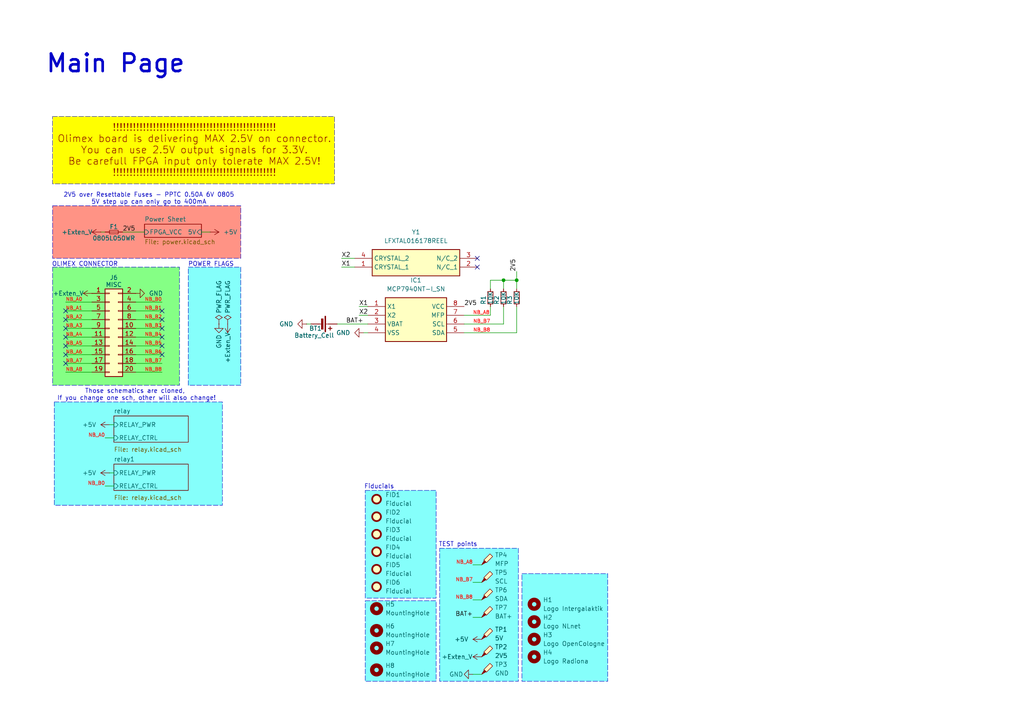
<source format=kicad_sch>
(kicad_sch (version 20231120) (generator "eeschema") (generator_version "8.0")
  (paper "A4")
  (title_block (title "${project_name}  ${project_version} ") (date "2024-12-03") (rev "${project_version} ") (company "${project_creator}") (comment 1 "${project_license}"))
  (lib_symbols
    (symbol "Connector:TestPoint_Probe" (pin_numbers hide) (pin_names (offset 0.762) hide)
      (property "Reference" "TP" (at 1.651 5.842 0))
      (property "Value" "TestPoint_Probe" (at 1.651 4.064 0))
      (symbol "TestPoint_Probe_0_1"
        (polyline (pts (xy 1.27 0.762) (xy 0 0) (xy 0.762 1.27) (xy 1.27 0.762)) (fill (type outline)))
        (polyline (pts (xy 1.397 0.635) (xy 0.635 1.397) (xy 2.413 3.175) (xy 3.175 2.413) (xy 1.397 0.635)) (fill (type background)))
      )
      (symbol "TestPoint_Probe_1_1"
        (pin passive line (at 0 0 90) (length 0) (name "1") (number "1"))
      )
    )
    (symbol "Connector_Generic:Conn_02x10_Odd_Even" (pin_names (offset 1.016) hide)
      (property "Reference" "J" (at 1.27 12.7 0))
      (property "Value" "Conn_02x10_Odd_Even" (at 1.27 -15.24 0))
      (symbol "Conn_02x10_Odd_Even_1_1"
        (rectangle (start -1.27 -12.573) (end 0 -12.827) (stroke (width 0.1524)))
        (rectangle (start -1.27 -10.033) (end 0 -10.287) (stroke (width 0.1524)))
        (rectangle (start -1.27 -7.493) (end 0 -7.747) (stroke (width 0.1524)))
        (rectangle (start -1.27 -4.953) (end 0 -5.207) (stroke (width 0.1524)))
        (rectangle (start -1.27 -2.413) (end 0 -2.667) (stroke (width 0.1524)))
        (rectangle (start -1.27 0.127) (end 0 -0.127) (stroke (width 0.1524)))
        (rectangle (start -1.27 2.667) (end 0 2.413) (stroke (width 0.1524)))
        (rectangle (start -1.27 5.207) (end 0 4.953) (stroke (width 0.1524)))
        (rectangle (start -1.27 7.747) (end 0 7.493) (stroke (width 0.1524)))
        (rectangle (start -1.27 10.287) (end 0 10.033) (stroke (width 0.1524)))
        (rectangle (start -1.27 11.43) (end 3.81 -13.97) (stroke (width 0.254)) (fill (type background)))
        (rectangle (start 3.81 -12.573) (end 2.54 -12.827) (stroke (width 0.1524)))
        (rectangle (start 3.81 -10.033) (end 2.54 -10.287) (stroke (width 0.1524)))
        (rectangle (start 3.81 -7.493) (end 2.54 -7.747) (stroke (width 0.1524)))
        (rectangle (start 3.81 -4.953) (end 2.54 -5.207) (stroke (width 0.1524)))
        (rectangle (start 3.81 -2.413) (end 2.54 -2.667) (stroke (width 0.1524)))
        (rectangle (start 3.81 0.127) (end 2.54 -0.127) (stroke (width 0.1524)))
        (rectangle (start 3.81 2.667) (end 2.54 2.413) (stroke (width 0.1524)))
        (rectangle (start 3.81 5.207) (end 2.54 4.953) (stroke (width 0.1524)))
        (rectangle (start 3.81 7.747) (end 2.54 7.493) (stroke (width 0.1524)))
        (rectangle (start 3.81 10.287) (end 2.54 10.033) (stroke (width 0.1524)))
        (pin passive line (at -5.08 10.16 0) (length 3.81) (name "Pin_1") (number "1"))
        (pin passive line (at 7.62 0 180) (length 3.81) (name "Pin_10") (number "10"))
        (pin passive line (at -5.08 -2.54 0) (length 3.81) (name "Pin_11") (number "11"))
        (pin passive line (at 7.62 -2.54 180) (length 3.81) (name "Pin_12") (number "12"))
        (pin passive line (at -5.08 -5.08 0) (length 3.81) (name "Pin_13") (number "13"))
        (pin passive line (at 7.62 -5.08 180) (length 3.81) (name "Pin_14") (number "14"))
        (pin passive line (at -5.08 -7.62 0) (length 3.81) (name "Pin_15") (number "15"))
        (pin passive line (at 7.62 -7.62 180) (length 3.81) (name "Pin_16") (number "16"))
        (pin passive line (at -5.08 -10.16 0) (length 3.81) (name "Pin_17") (number "17"))
        (pin passive line (at 7.62 -10.16 180) (length 3.81) (name "Pin_18") (number "18"))
        (pin passive line (at -5.08 -12.7 0) (length 3.81) (name "Pin_19") (number "19"))
        (pin passive line (at 7.62 10.16 180) (length 3.81) (name "Pin_2") (number "2"))
        (pin passive line (at 7.62 -12.7 180) (length 3.81) (name "Pin_20") (number "20"))
        (pin passive line (at -5.08 7.62 0) (length 3.81) (name "Pin_3") (number "3"))
        (pin passive line (at 7.62 7.62 180) (length 3.81) (name "Pin_4") (number "4"))
        (pin passive line (at -5.08 5.08 0) (length 3.81) (name "Pin_5") (number "5"))
        (pin passive line (at 7.62 5.08 180) (length 3.81) (name "Pin_6") (number "6"))
        (pin passive line (at -5.08 2.54 0) (length 3.81) (name "Pin_7") (number "7"))
        (pin passive line (at 7.62 2.54 180) (length 3.81) (name "Pin_8") (number "8"))
        (pin passive line (at -5.08 0 0) (length 3.81) (name "Pin_9") (number "9"))
      )
    )
    (symbol "Device:Battery_Cell" (pin_numbers hide) (pin_names (offset 0) hide)
      (property "Reference" "BT" (at 2.54 2.54 0))
      (property "Value" "Battery_Cell" (at 2.54 0 0))
      (symbol "Battery_Cell_0_1"
        (rectangle (start -2.286 1.778) (end 2.286 1.524) (fill (type outline)))
        (rectangle (start -1.524 1.016) (end 1.524 0.508) (fill (type outline)))
        (polyline (pts (xy 0 0.762) (xy 0 0)))
        (polyline (pts (xy 0 1.778) (xy 0 2.54)))
        (polyline (pts (xy 0.762 3.048) (xy 1.778 3.048)) (stroke (width 0.254)))
        (polyline (pts (xy 1.27 3.556) (xy 1.27 2.54)) (stroke (width 0.254)))
      )
      (symbol "Battery_Cell_1_1"
        (pin passive line (at 0 5.08 270) (length 2.54) (name "+") (number "1"))
        (pin passive line (at 0 -2.54 90) (length 2.54) (name "-") (number "2"))
      )
    )
    (symbol "Device:Fuse_Small" (pin_numbers hide) (pin_names (offset 0.254) hide)
      (property "Reference" "F" (at 0 -1.524 0))
      (property "Value" "Fuse_Small" (at 0 1.524 0))
      (symbol "Fuse_Small_0_1"
        (rectangle (start -1.27 0.508) (end 1.27 -0.508))
        (polyline (pts (xy -1.27 0) (xy 1.27 0)))
      )
      (symbol "Fuse_Small_1_1"
        (pin passive line (at -2.54 0 0) (length 1.27) (name "~") (number "1"))
        (pin passive line (at 2.54 0 180) (length 1.27) (name "~") (number "2"))
      )
    )
    (symbol "Device:R_Small" (pin_numbers hide) (pin_names (offset 0.254) hide)
      (property "Reference" "R" (at 0.762 0.508 0))
      (property "Value" "R_Small" (at 0.762 -1.016 0))
      (symbol "R_Small_0_1"
        (rectangle (start -0.762 1.778) (end 0.762 -1.778) (stroke (width 0.2032)))
      )
      (symbol "R_Small_1_1"
        (pin passive line (at 0 2.54 270) (length 0.762) (name "~") (number "1"))
        (pin passive line (at 0 -2.54 90) (length 0.762) (name "~") (number "2"))
      )
    )
    (symbol "LFXTAL016178REEL:LFXTAL016178REEL"
      (property "Reference" "Y" (at 31.75 7.62 0))
      (property "Value" "LFXTAL016178REEL" (at 31.75 5.08 0))
      (symbol "LFXTAL016178REEL_1_1"
        (rectangle (start 5.08 2.54) (end 30.48 -5.08) (stroke (width 0.254)) (fill (type background)))
        (pin passive line (at 0 -2.54 0) (length 5.08) (name "CRYSTAL_1") (number "1"))
        (pin passive line (at 35.56 -2.54 180) (length 5.08) (name "N/C_1") (number "2"))
        (pin passive line (at 35.56 0 180) (length 5.08) (name "N/C_2") (number "3"))
        (pin passive line (at 0 0 0) (length 5.08) (name "CRYSTAL_2") (number "4"))
      )
    )
    (symbol "MCP7940NT-I_SN:MCP7940NT-I_SN"
      (property "Reference" "IC" (at 24.13 7.62 0))
      (property "Value" "MCP7940NT-I_SN" (at 24.13 5.08 0))
      (symbol "MCP7940NT-I_SN_1_1"
        (rectangle (start 5.08 2.54) (end 22.86 -10.16) (stroke (width 0.254)) (fill (type background)))
        (pin passive line (at 0 0 0) (length 5.08) (name "X1") (number "1"))
        (pin passive line (at 0 -2.54 0) (length 5.08) (name "X2") (number "2"))
        (pin passive line (at 0 -5.08 0) (length 5.08) (name "VBAT") (number "3"))
        (pin passive line (at 0 -7.62 0) (length 5.08) (name "VSS") (number "4"))
        (pin passive line (at 27.94 -7.62 180) (length 5.08) (name "SDA") (number "5"))
        (pin passive line (at 27.94 -5.08 180) (length 5.08) (name "SCL") (number "6"))
        (pin passive line (at 27.94 -2.54 180) (length 5.08) (name "MFP") (number "7"))
        (pin passive line (at 27.94 0 180) (length 5.08) (name "VCC") (number "8"))
      )
    )
    (symbol "Mechanical:Fiducial" (exclude_from_sim yes) (in_bom no)
      (property "Reference" "FID" (at 0 5.08 0))
      (property "Value" "Fiducial" (at 0 3.175 0))
      (symbol "Fiducial_0_1"
        (circle (center 0 0) (radius 1.27) (stroke (width 0.508)) (fill (type background)))
      )
    )
    (symbol "Mechanical:MountingHole" (pin_names (offset 1.016)) (exclude_from_sim yes) (in_bom no)
      (property "Reference" "H" (at 0 5.08 0))
      (property "Value" "MountingHole" (at 0 3.175 0))
      (symbol "MountingHole_0_1"
        (circle (center 0 0) (radius 1.27) (stroke (width 1.27)))
      )
    )
    (symbol "power:+2V5" (power) (pin_numbers hide) (pin_names (offset 0) hide)
      (property "Value" "+2V5" (at 0 3.556 0))
      (symbol "+2V5_0_1"
        (polyline (pts (xy -0.762 1.27) (xy 0 2.54)))
        (polyline (pts (xy 0 0) (xy 0 2.54)))
        (polyline (pts (xy 0 2.54) (xy 0.762 1.27)))
      )
      (symbol "+2V5_1_1"
        (pin power_in line (at 0 0 90) (length 0) (name "~") (number "1"))
      )
    )
    (symbol "power:+5V" (power) (pin_numbers hide) (pin_names (offset 0) hide)
      (property "Value" "+5V" (at 0 3.556 0))
      (symbol "+5V_0_1"
        (polyline (pts (xy -0.762 1.27) (xy 0 2.54)))
        (polyline (pts (xy 0 0) (xy 0 2.54)))
        (polyline (pts (xy 0 2.54) (xy 0.762 1.27)))
      )
      (symbol "+5V_1_1"
        (pin power_in line (at 0 0 90) (length 0) (name "~") (number "1"))
      )
    )
    (symbol "power:GND" (power) (pin_numbers hide) (pin_names (offset 0) hide)
      (property "Value" "GND" (at 0 -3.81 0))
      (symbol "GND_0_1"
        (polyline (pts (xy 0 0) (xy 0 -1.27) (xy 1.27 -1.27) (xy 0 -2.54) (xy -1.27 -1.27) (xy 0 -1.27)))
      )
      (symbol "GND_1_1"
        (pin power_in line (at 0 0 270) (length 0) (name "~") (number "1"))
      )
    )
    (symbol "power:PWR_FLAG" (power) (pin_numbers hide) (pin_names (offset 0) hide)
      (property "Value" "PWR_FLAG" (at 0 3.81 0))
      (symbol "PWR_FLAG_0_0"
        (pin power_out line (at 0 0 90) (length 0) (name "~") (number "1"))
      )
      (symbol "PWR_FLAG_0_1"
        (polyline (pts (xy 0 0) (xy 0 1.27) (xy -1.016 1.905) (xy 0 2.54) (xy 1.016 1.905) (xy 0 1.27)))
      )
    )
  )
  (junction (at 146.05 81.28))
  (junction (at 149.86 81.28))
  (no_connect (at 19.05 97.79))
  (no_connect (at 46.99 92.71))
  (no_connect (at 19.05 102.87))
  (no_connect (at 19.05 95.25))
  (no_connect (at 46.99 90.17))
  (no_connect (at 138.43 77.47))
  (no_connect (at 19.05 100.33))
  (no_connect (at 19.05 90.17))
  (no_connect (at 46.99 97.79))
  (no_connect (at 46.99 102.87))
  (no_connect (at 19.05 92.71))
  (no_connect (at 46.99 100.33))
  (no_connect (at 46.99 95.25))
  (no_connect (at 138.43 74.93))
  (no_connect (at 19.05 105.41))
  (wire (pts (xy 137.16 173.99) (xy 139.7 173.99)))
  (wire (pts (xy 39.37 105.41) (xy 46.99 105.41)))
  (wire (pts (xy 58.42 67.31) (xy 60.96 67.31)))
  (wire (pts (xy 99.06 77.47) (xy 102.87 77.47)))
  (wire (pts (xy 105.41 96.52) (xy 106.68 96.52)))
  (wire (pts (xy 97.79 93.98) (xy 106.68 93.98)))
  (wire (pts (xy 142.24 91.44) (xy 134.62 91.44)))
  (wire (pts (xy 19.05 87.63) (xy 26.67 87.63)))
  (wire (pts (xy 39.37 100.33) (xy 46.99 100.33)))
  (wire (pts (xy 19.05 100.33) (xy 26.67 100.33)))
  (wire (pts (xy 39.37 92.71) (xy 46.99 92.71)))
  (wire (pts (xy 19.05 107.95) (xy 26.67 107.95)))
  (wire (pts (xy 149.86 81.28) (xy 149.86 83.82)))
  (wire (pts (xy 146.05 93.98) (xy 146.05 88.9)))
  (wire (pts (xy 35.56 67.31) (xy 41.91 67.31)))
  (wire (pts (xy 137.16 168.91) (xy 139.7 168.91)))
  (wire (pts (xy 146.05 81.28) (xy 149.86 81.28)))
  (wire (pts (xy 137.16 179.07) (xy 139.7 179.07)))
  (wire (pts (xy 30.48 140.97) (xy 33.02 140.97)))
  (wire (pts (xy 104.14 91.44) (xy 106.68 91.44)))
  (wire (pts (xy 39.37 107.95) (xy 46.99 107.95)))
  (wire (pts (xy 146.05 81.28) (xy 146.05 83.82)))
  (wire (pts (xy 39.37 97.79) (xy 46.99 97.79)))
  (wire (pts (xy 137.16 163.83) (xy 139.7 163.83)))
  (wire (pts (xy 33.02 137.16) (xy 31.75 137.16)))
  (wire (pts (xy 142.24 88.9) (xy 142.24 91.44)))
  (wire (pts (xy 29.21 67.31) (xy 30.48 67.31)))
  (wire (pts (xy 134.62 93.98) (xy 146.05 93.98)))
  (wire (pts (xy 149.86 78.74) (xy 149.86 81.28)))
  (wire (pts (xy 39.37 95.25) (xy 46.99 95.25)))
  (wire (pts (xy 39.37 102.87) (xy 46.99 102.87)))
  (wire (pts (xy 99.06 74.93) (xy 102.87 74.93)))
  (wire (pts (xy 33.02 123.19) (xy 31.75 123.19)))
  (wire (pts (xy 142.24 83.82) (xy 142.24 81.28)))
  (wire (pts (xy 30.48 127) (xy 33.02 127)))
  (wire (pts (xy 88.9 93.98) (xy 90.17 93.98)))
  (wire (pts (xy 19.05 105.41) (xy 26.67 105.41)))
  (wire (pts (xy 19.05 92.71) (xy 26.67 92.71)))
  (wire (pts (xy 19.05 95.25) (xy 26.67 95.25)))
  (wire (pts (xy 19.05 90.17) (xy 26.67 90.17)))
  (wire (pts (xy 19.05 97.79) (xy 26.67 97.79)))
  (wire (pts (xy 19.05 102.87) (xy 26.67 102.87)))
  (wire (pts (xy 149.86 96.52) (xy 149.86 88.9)))
  (wire (pts (xy 137.16 195.58) (xy 139.7 195.58)))
  (wire (pts (xy 39.37 87.63) (xy 46.99 87.63)))
  (wire (pts (xy 142.24 81.28) (xy 146.05 81.28)))
  (wire (pts (xy 39.37 90.17) (xy 46.99 90.17)))
  (wire (pts (xy 104.14 88.9) (xy 106.68 88.9)))
  (wire (pts (xy 134.62 96.52) (xy 149.86 96.52)))
  (rectangle (start 54.61 77.47) (end 69.85 111.76) (stroke (width 0.127) (type dash)) (fill (type color) (color 0 255 246 0.48)))
  (rectangle (start 105.918 142.24) (end 126.492 173.482) (stroke (width 0.127) (type dash)) (fill (type color) (color 0 255 246 0.48)))
  (rectangle (start 15.24 77.47) (end 52.07 111.76) (stroke (width 0.127) (type dash)) (fill (type color) (color 2 255 0 0.48)))
  (rectangle (start 151.384 166.37) (end 176.276 197.612) (stroke (width 0.127) (type dash)) (fill (type color) (color 0 255 246 0.48)))
  (rectangle (start 15.24 59.69) (end 69.85 74.93) (stroke (width 0.127) (type dash)) (fill (type color) (color 255 30 0 0.48)))
  (rectangle (start 127.508 159.004) (end 150.368 197.612) (stroke (width 0.127) (type dash)) (fill (type color) (color 0 255 246 0.48)))
  (rectangle (start 15.748 116.586) (end 64.516 146.558) (stroke (width 0.127) (type dash)) (fill (type color) (color 0 255 246 0.48)))
  (rectangle (start 105.918 174.244) (end 126.492 197.612) (stroke (width 0.127) (type dash)) (fill (type color) (color 0 255 246 0.48)))
  (rectangle (start 15.24 33.782) (end 97.028 53.34) (stroke (width 0.127) (type dash)) (fill (type color) (color 255 255 0 1)))
  (text "POWER FLAGS" (at 61.214 76.708 0) (effects (font (size 1.27 1.27))))
  (text "Fiducials" (at 109.982 141.224 0) (effects (font (size 1.27 1.27))))
  (text "!!!!!!!!!!!!!!!!!!!!!!!!!!!!!!!!!!!!!!!!!!!!!!!!!\nOlimex board is delivering MAX 2.5V on connector.\nYou can use 2.5V output signals for 3.3V.\nBe carefull FPGA input only tolerate MAX 2.5V!\n!!!!!!!!!!!!!!!!!!!!!!!!!!!!!!!!!!!!!!!!!!!!!!!!!" (at 56.388 43.688 0) (effects (font (size 2.032 2.032))))
  (text "Those schematics are cloned, \nIf you change one sch, other will also change!" (at 39.624 114.554 0) (effects (font (size 1.27 1.27))))
  (text "TEST points" (at 132.842 157.988 0) (effects (font (size 1.27 1.27))))
  (text "OLIMEX CONNECTOR" (at 24.638 76.708 0) (effects (font (size 1.27 1.27))))
  (text "2V5 over Resettable Fuses - PPTC 0.50A 6V 0805\n5V step up can only go to 400mA" (at 43.18 57.658 0) (effects (font (size 1.27 1.27))))
  (text "Main Page" (at 33.528 18.542 0) (effects (font (size 5.08 5.08) (thickness 0.762) (bold yes))))
  (label "NB_A3" (at 19.05 95.25 0) (effects (font (size 1.016 1.016))))
  (label "NB_A1" (at 19.05 90.17 0) (effects (font (size 1.016 1.016))))
  (label "NB_B0" (at 46.99 87.63 180) (effects (font (size 1.016 1.016))))
  (label "NB_A0" (at 30.48 127 180) (effects (font (size 1.016 1.016))))
  (label "NB_B1" (at 46.99 90.17 180) (effects (font (size 1.016 1.016))))
  (label "NB_B7" (at 137.16 168.91 180) (effects (font (size 1.016 1.016))))
  (label "NB_B8" (at 142.24 96.52 180) (effects (font (size 1.016 1.016))))
  (label "BAT+" (at 100.33 93.98 0))
  (label "NB_B8" (at 137.16 173.99 180) (effects (font (size 1.016 1.016))))
  (label "NB_A7" (at 19.05 105.41 0) (effects (font (size 1.016 1.016))))
  (label "NB_A8" (at 137.16 163.83 180) (effects (font (size 1.016 1.016))))
  (label "NB_B0" (at 30.48 140.97 180) (effects (font (size 1.016 1.016))))
  (label "X2" (at 99.06 74.93 0))
  (label "NB_B3" (at 46.99 95.25 180) (effects (font (size 1.016 1.016))))
  (label "NB_A6" (at 19.05 102.87 0) (effects (font (size 1.016 1.016))))
  (label "2V5" (at 149.86 78.74 90))
  (label "NB_A2" (at 19.05 92.71 0) (effects (font (size 1.016 1.016))))
  (label "X1" (at 99.06 77.47 0))
  (label "BAT+" (at 137.16 179.07 180))
  (label "NB_B2" (at 46.99 92.71 180) (effects (font (size 1.016 1.016))))
  (label "NB_B8" (at 46.99 107.95 180) (effects (font (size 1.016 1.016))))
  (label "NB_A4" (at 19.05 97.79 0) (effects (font (size 1.016 1.016))))
  (label "NB_B5" (at 46.99 100.33 180) (effects (font (size 1.016 1.016))))
  (label "NB_A8" (at 19.05 107.95 0) (effects (font (size 1.016 1.016))))
  (label "NB_B7" (at 46.99 105.41 180) (effects (font (size 1.016 1.016))))
  (label "NB_A5" (at 19.05 100.33 0) (effects (font (size 1.016 1.016))))
  (label "2V5" (at 35.56 67.31 0))
  (label "X2" (at 104.14 91.44 0))
  (label "X1" (at 104.14 88.9 0))
  (label "NB_B4" (at 46.99 97.79 180) (effects (font (size 1.016 1.016))))
  (label "NB_B7" (at 142.24 93.98 180) (effects (font (size 1.016 1.016))))
  (label "NB_B6" (at 46.99 102.87 180) (effects (font (size 1.016 1.016))))
  (label "2V5" (at 134.62 88.9 0))
  (label "NB_A8" (at 137.16 91.44 0) (effects (font (size 1.016 1.016))))
  (label "NB_A0" (at 19.05 87.63 0) (effects (font (size 1.016 1.016))))
  (symbol (lib_id "Connector:TestPoint_Probe") (at 139.7 190.5 0) (unit 1)
    (property "Reference" "TP2" (at 143.51 187.6424 0) (effects (justify left)))
    (property "Value" "2V5" (at 143.51 190.1824 0) (effects (justify left)))
    (property "Footprint" "TestPoint:TestPoint_Pad_D1.0mm" (effects (hide yes)))
    (property "Description" "test point (alternative probe-style design)" (effects (hide yes)))
  )
  (symbol (lib_id "power:+5V") (at 31.75 137.16 90) (unit 1)
    (property "Reference" "#PWR09" (effects (hide yes)))
    (property "Value" "+5V" (at 27.94 137.1599 90) (effects (justify left)))
    (property "Description" "Power symbol creates a global label with name \"+5V\"" (effects (hide yes)))
  )
  (symbol (lib_id "Device:R_Small") (at 142.24 86.36 0) (unit 1)
    (property "Reference" "R1" (at 140.208 88.392 90) (effects (justify left)))
    (property "Value" "10K" (at 142.24 88.392 90) (effects (justify left)))
    (property "Footprint" "Resistor_SMD:R_0402_1005Metric" (effects (hide yes)))
    (property "Description" "Resistor, small symbol" (effects (hide yes)))
    (property "MPN" " RC0603FR-071K1L" (effects (hide yes)))
    (property "Mouser" "603-RC0603FR-071K1L" (effects (hide yes)))
  )
  (symbol (lib_id "Connector:TestPoint_Probe") (at 139.7 168.91 0) (unit 1)
    (property "Reference" "TP5" (at 143.51 166.0524 0) (effects (justify left)))
    (property "Value" "SCL" (at 143.51 168.5924 0) (effects (justify left)))
    (property "Footprint" "TestPoint:TestPoint_Pad_D1.0mm" (effects (hide yes)))
    (property "Description" "test point (alternative probe-style design)" (effects (hide yes)))
  )
  (symbol (lib_id "power:+2V5") (at 139.7 190.5 90) (unit 1)
    (property "Reference" "#PWR020" (effects (hide yes)))
    (property "Value" "+Exten_V" (at 132.588 190.5 90))
    (property "Description" "Power symbol creates a global label with name \"+2V5\"" (effects (hide yes)))
  )
  (symbol (lib_id "power:GND") (at 88.9 93.98 270) (unit 1)
    (property "Reference" "#PWR014" (effects (hide yes)))
    (property "Value" "GND" (at 85.09 93.9799 90) (effects (justify right)))
    (property "Description" "Power symbol creates a global label with name \"GND\" , ground" (effects (hide yes)))
  )
  (symbol (lib_id "power:GND") (at 137.16 195.58 270) (unit 1)
    (property "Reference" "#PWR017" (effects (hide yes)))
    (property "Value" "GND" (at 134.366 195.58 90) (effects (justify right)))
    (property "Description" "Power symbol creates a global label with name \"GND\" , ground" (effects (hide yes)))
  )
  (symbol (lib_id "power:GND") (at 39.37 85.09 90) (unit 1)
    (property "Reference" "#PWR010" (effects (hide yes)))
    (property "Value" "GND" (at 43.18 85.0899 90) (effects (justify right)))
    (property "Description" "Power symbol creates a global label with name \"GND\" , ground" (effects (hide yes)))
  )
  (symbol (lib_id "power:GND") (at 63.5 93.98 0) (unit 1)
    (property "Reference" "#PWR013" (effects (hide yes)))
    (property "Value" "GND" (at 63.5 99.06 90))
    (property "Description" "Power symbol creates a global label with name \"GND\" , ground" (effects (hide yes)))
  )
  (symbol (lib_id "Device:Battery_Cell") (at 92.71 93.98 270) (unit 1)
    (property "Reference" "BT1" (at 89.662 95.25 90) (effects (justify left)))
    (property "Value" "Battery_Cell" (at 85.344 97.282 90) (effects (justify left)))
    (property "Footprint" "Battery:BatteryHolder_Keystone_2998_1x6.8mm" (effects (hide yes)))
    (property "Description" "Single-cell battery" (effects (hide yes)))
  )
  (symbol (lib_id "power:+2V5") (at 26.67 85.09 90) (unit 1)
    (property "Reference" "#PWR019" (effects (hide yes)))
    (property "Value" "+Exten_V" (at 19.812 85.09 90))
    (property "Description" "Power symbol creates a global label with name \"+2V5\"" (effects (hide yes)))
  )
  (symbol (lib_id "power:+2V5") (at 29.21 67.31 90) (unit 1)
    (property "Reference" "#PWR06" (effects (hide yes)))
    (property "Value" "+Exten_V" (at 22.352 67.31 90))
    (property "Description" "Power symbol creates a global label with name \"+2V5\"" (effects (hide yes)))
  )
  (symbol (lib_id "Mechanical:MountingHole") (at 154.94 175.26 0) (unit 1) (exclude_from_sim yes) (in_bom no)
    (property "Reference" "H1" (at 157.48 173.9899 0) (effects (justify left)))
    (property "Value" "Logo Intergalaktik" (at 157.48 176.5299 0) (effects (justify left)))
    (property "Footprint" "intergalaktik:intergalaktik" (effects (hide yes)))
    (property "Description" "Mounting Hole without connection" (effects (hide yes)))
  )
  (symbol (lib_id "Mechanical:MountingHole") (at 109.22 182.88 0) (unit 1) (exclude_from_sim yes) (in_bom no)
    (property "Reference" "H6" (at 111.76 181.6099 0) (effects (justify left)))
    (property "Value" "MountingHole" (at 111.76 184.1499 0) (effects (justify left)))
    (property "Footprint" "MountingHole:MountingHole_2.2mm_M2" (effects (hide yes)))
    (property "Description" "Mounting Hole without connection" (effects (hide yes)))
  )
  (symbol (lib_id "power:+2V5") (at 60.96 67.31 270) (unit 1)
    (property "Reference" "#PWR011" (effects (hide yes)))
    (property "Value" "+5V" (at 64.77 67.3099 90) (effects (justify left)))
    (property "Description" "Power symbol creates a global label with name \"+2V5\"" (effects (hide yes)))
  )
  (symbol (lib_id "Device:Fuse_Small") (at 33.02 67.31 0) (unit 1)
    (property "Reference" "F1" (at 33.02 65.786 0))
    (property "Value" "0805L050WR" (at 33.02 69.088 0))
    (property "Footprint" "Fuse:Fuse_0805_2012Metric" (effects (hide yes)))
    (property "Datasheet" "https://www.littelfuse.com/media?resourcetype=datasheets&itemid=3b1fa5dc-24aa-4363-b543-edb057c2fffa&filename=littelfuse_ptc_0805l_datasheet.pdf" (effects (hide yes)))
    (property "Description" "Fuse, small symbol" (effects (hide yes)))
  )
  (symbol (lib_id "Mechanical:MountingHole") (at 109.22 176.53 0) (unit 1) (exclude_from_sim yes) (in_bom no)
    (property "Reference" "H5" (at 111.76 175.2599 0) (effects (justify left)))
    (property "Value" "MountingHole" (at 111.76 177.7999 0) (effects (justify left)))
    (property "Footprint" "MountingHole:MountingHole_2.2mm_M2" (effects (hide yes)))
    (property "Description" "Mounting Hole without connection" (effects (hide yes)))
  )
  (symbol (lib_id "Mechanical:MountingHole") (at 154.94 180.34 0) (unit 1) (exclude_from_sim yes) (in_bom no)
    (property "Reference" "H2" (at 157.48 179.0699 0) (effects (justify left)))
    (property "Value" "Logo NLnet" (at 157.48 181.6099 0) (effects (justify left)))
    (property "Footprint" "nlnet:nlnet" (effects (hide yes)))
    (property "Description" "Mounting Hole without connection" (effects (hide yes)))
  )
  (symbol (lib_id "Mechanical:Fiducial") (at 109.22 149.86 0) (unit 1) (exclude_from_sim yes) (in_bom no)
    (property "Reference" "FID2" (at 111.76 148.5899 0) (effects (justify left)))
    (property "Value" "Fiducial" (at 111.76 151.1299 0) (effects (justify left)))
    (property "Footprint" "Fiducial:Fiducial_0.5mm_Mask1mm" (effects (hide yes)))
    (property "Description" "Fiducial Marker" (effects (hide yes)))
  )
  (symbol (lib_id "Mechanical:Fiducial") (at 109.22 160.02 0) (unit 1) (exclude_from_sim yes) (in_bom no)
    (property "Reference" "FID4" (at 111.76 158.7499 0) (effects (justify left)))
    (property "Value" "Fiducial" (at 111.76 161.2899 0) (effects (justify left)))
    (property "Footprint" "Fiducial:Fiducial_0.5mm_Mask1mm" (effects (hide yes)))
    (property "Description" "Fiducial Marker" (effects (hide yes)))
  )
  (symbol (lib_id "power:PWR_FLAG") (at 63.5 93.98 0) (unit 1)
    (property "Reference" "#FLG02" (effects (hide yes)))
    (property "Value" "PWR_FLAG" (at 63.5 86.106 90))
    (property "Description" "Special symbol for telling ERC where power comes from" (effects (hide yes)))
  )
  (symbol (lib_id "Device:R_Small") (at 146.05 86.36 0) (unit 1)
    (property "Reference" "R2" (at 144.018 88.392 90) (effects (justify left)))
    (property "Value" "10K" (at 146.05 88.392 90) (effects (justify left)))
    (property "Footprint" "Resistor_SMD:R_0402_1005Metric" (effects (hide yes)))
    (property "Description" "Resistor, small symbol" (effects (hide yes)))
    (property "MPN" " RC0603FR-071K1L" (effects (hide yes)))
    (property "Mouser" "603-RC0603FR-071K1L" (effects (hide yes)))
  )
  (symbol (lib_id "Mechanical:MountingHole") (at 154.94 185.42 0) (unit 1) (exclude_from_sim yes) (in_bom no)
    (property "Reference" "H3" (at 157.48 184.1499 0) (effects (justify left)))
    (property "Value" "Logo OpenCologne" (at 157.48 186.6899 0) (effects (justify left)))
    (property "Footprint" "Cologne:open_cologne_small" (effects (hide yes)))
    (property "Description" "Mounting Hole without connection" (effects (hide yes)))
  )
  (symbol (lib_id "Mechanical:MountingHole") (at 109.22 187.96 0) (unit 1) (exclude_from_sim yes) (in_bom no)
    (property "Reference" "H7" (at 111.76 186.6899 0) (effects (justify left)))
    (property "Value" "MountingHole" (at 111.76 189.2299 0) (effects (justify left)))
    (property "Footprint" "MountingHole:MountingHole_2.2mm_M2" (effects (hide yes)))
    (property "Description" "Mounting Hole without connection" (effects (hide yes)))
  )
  (symbol (lib_id "power:PWR_FLAG") (at 66.04 93.98 0) (unit 1)
    (property "Reference" "#FLG03" (effects (hide yes)))
    (property "Value" "PWR_FLAG" (at 66.04 86.106 90))
    (property "Description" "Special symbol for telling ERC where power comes from" (effects (hide yes)))
  )
  (symbol (lib_id "Device:R_Small") (at 149.86 86.36 0) (unit 1)
    (property "Reference" "R3" (at 147.828 88.392 90) (effects (justify left)))
    (property "Value" "10K" (at 149.86 88.392 90) (effects (justify left)))
    (property "Footprint" "Resistor_SMD:R_0402_1005Metric" (effects (hide yes)))
    (property "Description" "Resistor, small symbol" (effects (hide yes)))
    (property "MPN" " RC0603FR-071K1L" (effects (hide yes)))
    (property "Mouser" "603-RC0603FR-071K1L" (effects (hide yes)))
  )
  (symbol (lib_id "Connector:TestPoint_Probe") (at 139.7 179.07 0) (unit 1)
    (property "Reference" "TP7" (at 143.51 176.2124 0) (effects (justify left)))
    (property "Value" "BAT+" (at 143.51 178.7524 0) (effects (justify left)))
    (property "Footprint" "TestPoint:TestPoint_Pad_D1.0mm" (effects (hide yes)))
    (property "Description" "test point (alternative probe-style design)" (effects (hide yes)))
  )
  (symbol (lib_id "Mechanical:Fiducial") (at 109.22 165.1 0) (unit 1) (exclude_from_sim yes) (in_bom no)
    (property "Reference" "FID5" (at 111.76 163.8299 0) (effects (justify left)))
    (property "Value" "Fiducial" (at 111.76 166.3699 0) (effects (justify left)))
    (property "Footprint" "Fiducial:Fiducial_0.5mm_Mask1mm" (effects (hide yes)))
    (property "Description" "Fiducial Marker" (effects (hide yes)))
  )
  (symbol (lib_id "Connector_Generic:Conn_02x10_Odd_Even") (at 31.75 95.25 0) (unit 1)
    (property "Reference" "J6" (at 33.02 80.518 0))
    (property "Value" "MISC" (at 33.02 82.55 0))
    (property "Footprint" "Connector_PinSocket_2.54mm:PinSocket_2x10_P2.54mm_Vertical_SMD" (effects (hide yes)))
    (property "Description" "Generic connector, double row, 02x10, odd/even pin numbering scheme (row 1 odd numbers, row 2 even numbers), script generated (kicad-library-utils/schlib/autogen/connector/)" (effects (hide yes)))
  )
  (symbol (lib_id "Connector:TestPoint_Probe") (at 139.7 163.83 0) (unit 1)
    (property "Reference" "TP4" (at 143.51 160.9724 0) (effects (justify left)))
    (property "Value" "MFP" (at 143.51 163.5124 0) (effects (justify left)))
    (property "Footprint" "TestPoint:TestPoint_Pad_D1.0mm" (effects (hide yes)))
    (property "Description" "test point (alternative probe-style design)" (effects (hide yes)))
  )
  (symbol (lib_id "Connector:TestPoint_Probe") (at 139.7 195.58 0) (unit 1)
    (property "Reference" "TP3" (at 143.51 192.7224 0) (effects (justify left)))
    (property "Value" "GND" (at 143.51 195.2624 0) (effects (justify left)))
    (property "Footprint" "TestPoint:TestPoint_Pad_D1.0mm" (effects (hide yes)))
    (property "Description" "test point (alternative probe-style design)" (effects (hide yes)))
  )
  (symbol (lib_id "power:+2V5") (at 66.04 93.98 180) (unit 1)
    (property "Reference" "#PWR018" (effects (hide yes)))
    (property "Value" "+Exten_V" (at 66.04 100.838 90))
    (property "Description" "Power symbol creates a global label with name \"+2V5\"" (effects (hide yes)))
  )
  (symbol (lib_id "Mechanical:MountingHole") (at 154.94 190.5 0) (unit 1) (exclude_from_sim yes) (in_bom no)
    (property "Reference" "H4" (at 157.48 189.2299 0) (effects (justify left)))
    (property "Value" "Logo Radiona" (at 157.48 191.7699 0) (effects (justify left)))
    (property "Footprint" "radiona:radiona_small" (effects (hide yes)))
    (property "Description" "Mounting Hole without connection" (effects (hide yes)))
  )
  (symbol (lib_id "Mechanical:Fiducial") (at 109.22 154.94 0) (unit 1) (exclude_from_sim yes) (in_bom no)
    (property "Reference" "FID3" (at 111.76 153.6699 0) (effects (justify left)))
    (property "Value" "Fiducial" (at 111.76 156.2099 0) (effects (justify left)))
    (property "Footprint" "Fiducial:Fiducial_0.5mm_Mask1mm" (effects (hide yes)))
    (property "Description" "Fiducial Marker" (effects (hide yes)))
  )
  (symbol (lib_id "Mechanical:Fiducial") (at 109.22 170.18 0) (unit 1) (exclude_from_sim yes) (in_bom no)
    (property "Reference" "FID6" (at 111.76 168.9099 0) (effects (justify left)))
    (property "Value" "Fiducial" (at 111.76 171.4499 0) (effects (justify left)))
    (property "Footprint" "Fiducial:Fiducial_0.5mm_Mask1mm" (effects (hide yes)))
    (property "Description" "Fiducial Marker" (effects (hide yes)))
  )
  (symbol (lib_id "LFXTAL016178REEL:LFXTAL016178REEL") (at 102.87 74.93 0) (unit 1)
    (property "Reference" "Y1" (at 120.65 67.31 0))
    (property "Value" "LFXTAL016178REEL" (at 120.65 69.85 0))
    (property "Footprint" "LFXTAL016178:LFXTAL016178REEL" (effects (hide yes)))
    (property "Datasheet" "https://componentsearchengine.com/Datasheets/2/LFXTAL016178REEL.pdf" (effects (hide yes)))
    (property "Description" "Crystal 0.032768MHz +/-20ppm (Tol) 6pF FUND 50000Ohm 4-Pin Case 85SMX SMD T/R" (effects (hide yes)))
    (property "Height" "2.5" (effects (hide yes)))
    (property "Mouser Part Number" "449-LFXTAL016178REEL" (effects (hide yes)))
    (property "Mouser Price/Stock" "https://www.mouser.co.uk/ProductDetail/IQD/LFXTAL016178Reel?qs=GJ%2F2ZGcr5uP4l6M%2FoAGmXQ%3D%3D" (effects (hide yes)))
    (property "Manufacturer_Name" "IQD" (effects (hide yes)))
    (property "Manufacturer_Part_Number" "LFXTAL016178REEL" (effects (hide yes)))
  )
  (symbol (lib_id "power:GND") (at 105.41 96.52 270) (unit 1)
    (property "Reference" "#PWR015" (effects (hide yes)))
    (property "Value" "GND" (at 101.6 96.5199 90) (effects (justify right)))
    (property "Description" "Power symbol creates a global label with name \"GND\" , ground" (effects (hide yes)))
  )
  (symbol (lib_id "power:+5V") (at 31.75 123.19 90) (unit 1)
    (property "Reference" "#PWR08" (effects (hide yes)))
    (property "Value" "+5V" (at 27.94 123.1899 90) (effects (justify left)))
    (property "Description" "Power symbol creates a global label with name \"+5V\"" (effects (hide yes)))
  )
  (symbol (lib_id "power:+2V5") (at 139.7 185.42 90) (unit 1)
    (property "Reference" "#PWR016" (effects (hide yes)))
    (property "Value" "+5V" (at 135.89 185.4199 90) (effects (justify left)))
    (property "Description" "Power symbol creates a global label with name \"+2V5\"" (effects (hide yes)))
  )
  (symbol (lib_id "Mechanical:MountingHole") (at 109.22 194.31 0) (unit 1) (exclude_from_sim yes) (in_bom no)
    (property "Reference" "H8" (at 111.76 193.0399 0) (effects (justify left)))
    (property "Value" "MountingHole" (at 111.76 195.5799 0) (effects (justify left)))
    (property "Footprint" "MountingHole:MountingHole_2.2mm_M2" (effects (hide yes)))
    (property "Description" "Mounting Hole without connection" (effects (hide yes)))
  )
  (symbol (lib_id "Mechanical:Fiducial") (at 109.22 144.78 0) (unit 1) (exclude_from_sim yes) (in_bom no)
    (property "Reference" "FID1" (at 111.76 143.5099 0) (effects (justify left)))
    (property "Value" "Fiducial" (at 111.76 146.0499 0) (effects (justify left)))
    (property "Footprint" "Fiducial:Fiducial_0.5mm_Mask1mm" (effects (hide yes)))
    (property "Description" "Fiducial Marker" (effects (hide yes)))
  )
  (symbol (lib_id "Connector:TestPoint_Probe") (at 139.7 185.42 0) (unit 1)
    (property "Reference" "TP1" (at 143.51 182.5624 0) (effects (justify left)))
    (property "Value" "5V" (at 143.51 185.1024 0) (effects (justify left)))
    (property "Footprint" "TestPoint:TestPoint_Pad_D1.0mm" (effects (hide yes)))
    (property "Description" "test point (alternative probe-style design)" (effects (hide yes)))
  )
  (symbol (lib_id "MCP7940NT-I_SN:MCP7940NT-I_SN") (at 106.68 88.9 0) (unit 1)
    (property "Reference" "IC1" (at 120.65 81.28 0))
    (property "Value" "MCP7940NT-I_SN" (at 120.65 83.82 0))
    (property "Footprint" "MCP7940NT-I_SN:SOIC127P600X175-8N" (effects (hide yes)))
    (property "Datasheet" "http://www.microchip.com/mymicrochip/filehandler.aspx?ddocname=en553487" (effects (hide yes)))
    (property "Description" "Microchip Technology MCP7940NT-I/SN, Real Time Clock (RTC), 64B RAM Serial-2 Wire, Serial-I2C, 8-Pin SOIC" (effects (hide yes)))
    (property "Height" "1.75" (effects (hide yes)))
    (property "Mouser Part Number" "579-MCP7940NT-I/SN" (effects (hide yes)))
    (property "Mouser Price/Stock" "https://www.mouser.co.uk/ProductDetail/Microchip-Technology/MCP7940NT-I-SN?qs=o%2FJGMiCJeCObBF3PnsLA7Q%3D%3D" (effects (hide yes)))
    (property "Manufacturer_Name" "Microchip" (effects (hide yes)))
    (property "Manufacturer_Part_Number" "MCP7940NT-I/SN" (effects (hide yes)))
  )
  (symbol (lib_id "Connector:TestPoint_Probe") (at 139.7 173.99 0) (unit 1)
    (property "Reference" "TP6" (at 143.51 171.1324 0) (effects (justify left)))
    (property "Value" "SDA" (at 143.51 173.6724 0) (effects (justify left)))
    (property "Footprint" "TestPoint:TestPoint_Pad_D1.0mm" (effects (hide yes)))
    (property "Description" "test point (alternative probe-style design)" (effects (hide yes)))
  )
  (sheet (at 41.91 65.024) (size 16.51 3.81) (stroke (width 0.1524))
    (property "Sheetname" "Power Sheet" (at 41.91 64.3124 0) (effects (justify left bottom)))
    (property "Sheetfile" "power.kicad_sch" (at 41.91 69.4186 0) (effects (justify left top)))
    (pin "5V" input (at 58.42 67.31 0))
    (pin "FPGA_VCC" input (at 41.91 67.31 180))
  )
  (sheet (at 33.02 120.65) (size 21.59 7.62) (stroke (width 0.1524))
    (property "Sheetname" "relay" (at 33.02 119.9384 0) (effects (justify left bottom)))
    (property "Sheetfile" "relay.kicad_sch" (at 33.02 129.6166 0) (effects (justify left top)))
    (pin "RELAY_PWR" input (at 33.02 123.19 180))
    (pin "RELAY_CTRL" input (at 33.02 127 180))
  )
  (sheet (at 33.02 134.62) (size 21.59 7.62) (stroke (width 0.1524))
    (property "Sheetname" "relay1" (at 33.02 133.9084 0) (effects (justify left bottom)))
    (property "Sheetfile" "relay.kicad_sch" (at 33.02 143.5866 0) (effects (justify left top)))
    (pin "RELAY_PWR" input (at 33.02 137.16 180))
    (pin "RELAY_CTRL" input (at 33.02 140.97 180))
  )
)
</source>
